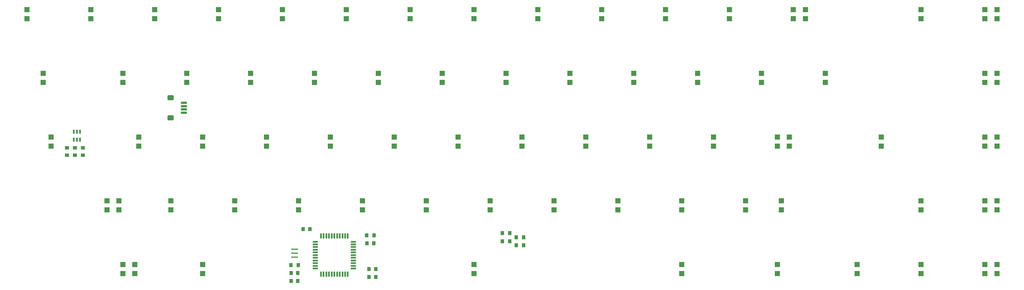
<source format=gbr>
%TF.GenerationSoftware,KiCad,Pcbnew,(5.99.0-9376-g8dcf5404fc)*%
%TF.CreationDate,2021-02-24T21:32:48+01:00*%
%TF.ProjectId,gud70,67756437-302e-46b6-9963-61645f706362,rev?*%
%TF.SameCoordinates,Original*%
%TF.FileFunction,Paste,Bot*%
%TF.FilePolarity,Positive*%
%FSLAX46Y46*%
G04 Gerber Fmt 4.6, Leading zero omitted, Abs format (unit mm)*
G04 Created by KiCad (PCBNEW (5.99.0-9376-g8dcf5404fc)) date 2021-02-24 21:32:48*
%MOMM*%
%LPD*%
G01*
G04 APERTURE LIST*
G04 Aperture macros list*
%AMRoundRect*
0 Rectangle with rounded corners*
0 $1 Rounding radius*
0 $2 $3 $4 $5 $6 $7 $8 $9 X,Y pos of 4 corners*
0 Add a 4 corners polygon primitive as box body*
4,1,4,$2,$3,$4,$5,$6,$7,$8,$9,$2,$3,0*
0 Add four circle primitives for the rounded corners*
1,1,$1+$1,$2,$3*
1,1,$1+$1,$4,$5*
1,1,$1+$1,$6,$7*
1,1,$1+$1,$8,$9*
0 Add four rect primitives between the rounded corners*
20,1,$1+$1,$2,$3,$4,$5,0*
20,1,$1+$1,$4,$5,$6,$7,0*
20,1,$1+$1,$6,$7,$8,$9,0*
20,1,$1+$1,$8,$9,$2,$3,0*%
G04 Aperture macros list end*
%ADD10R,1.000000X1.300000*%
%ADD11R,1.600000X1.600000*%
%ADD12RoundRect,0.150000X0.775000X-0.150000X0.775000X0.150000X-0.775000X0.150000X-0.775000X-0.150000X0*%
%ADD13RoundRect,0.332800X0.567200X-0.467200X0.567200X0.467200X-0.567200X0.467200X-0.567200X-0.467200X0*%
%ADD14R,0.550000X1.500000*%
%ADD15R,1.500000X0.550000*%
%ADD16R,1.300000X1.000000*%
%ADD17R,2.000000X0.400000*%
%ADD18R,1.000000X1.250000*%
%ADD19R,0.600000X1.200000*%
G04 APERTURE END LIST*
D10*
X159039189Y-77390682D03*
X161239189Y-77390682D03*
D11*
X44648467Y-68050048D03*
X44648467Y-65300048D03*
X179189205Y-29950016D03*
X179189205Y-27200016D03*
X207764229Y-10900000D03*
X207764229Y-8150000D03*
X49410971Y-87100064D03*
X49410971Y-84350064D03*
D12*
X64062552Y-39004719D03*
X64062552Y-38004719D03*
X64062552Y-37004719D03*
X64062552Y-36004719D03*
D13*
X60037552Y-34504719D03*
X60037552Y-40504719D03*
D11*
X102989141Y-29950016D03*
X102989141Y-27200016D03*
X264914285Y-87100072D03*
X264914285Y-84350072D03*
X306586187Y-87100064D03*
X306586187Y-84350064D03*
X79176621Y-68050048D03*
X79176621Y-65300048D03*
D14*
X112942271Y-87257873D03*
X112142271Y-87257873D03*
X111342271Y-87257873D03*
X110542271Y-87257873D03*
X109742271Y-87257873D03*
X108942271Y-87257873D03*
X108142271Y-87257873D03*
X107342271Y-87257873D03*
X106542271Y-87257873D03*
X105742271Y-87257873D03*
X104942271Y-87257873D03*
D15*
X103242271Y-85557873D03*
X103242271Y-84757873D03*
X103242271Y-83957873D03*
X103242271Y-83157873D03*
X103242271Y-82357873D03*
X103242271Y-81557873D03*
X103242271Y-80757873D03*
X103242271Y-79957873D03*
X103242271Y-79157873D03*
X103242271Y-78357873D03*
X103242271Y-77557873D03*
D14*
X104942271Y-75857873D03*
X105742271Y-75857873D03*
X106542271Y-75857873D03*
X107342271Y-75857873D03*
X108142271Y-75857873D03*
X108942271Y-75857873D03*
X109742271Y-75857873D03*
X110542271Y-75857873D03*
X111342271Y-75857873D03*
X112142271Y-75857873D03*
X112942271Y-75857873D03*
D15*
X114642271Y-77557873D03*
X114642271Y-78357873D03*
X114642271Y-79157873D03*
X114642271Y-79957873D03*
X114642271Y-80757873D03*
X114642271Y-81557873D03*
X114642271Y-82357873D03*
X114642271Y-83157873D03*
X114642271Y-83957873D03*
X114642271Y-84757873D03*
X114642271Y-85557873D03*
D11*
X283964293Y-68050048D03*
X283964293Y-65300048D03*
X136326669Y-68050048D03*
X136326669Y-65300048D03*
X88701629Y-49000032D03*
X88701629Y-46250032D03*
X160139189Y-29950016D03*
X160139189Y-27200016D03*
X212526733Y-68050048D03*
X212526733Y-65300048D03*
D16*
X33932833Y-51701597D03*
X33932833Y-49501597D03*
D11*
X188714213Y-10900000D03*
X188714213Y-8150000D03*
X74414117Y-10900000D03*
X74414117Y-8150000D03*
D10*
X159039189Y-75009430D03*
X161239189Y-75009430D03*
D11*
X303014309Y-49000032D03*
X303014309Y-46250032D03*
X244673635Y-48999968D03*
X244673635Y-46249968D03*
X242292391Y-68050056D03*
X242292391Y-65300056D03*
X272058033Y-49000032D03*
X272058033Y-46250032D03*
D16*
X29170329Y-51701597D03*
X29170329Y-49501597D03*
D11*
X283964293Y-87100064D03*
X283964293Y-84350064D03*
X198239221Y-29949952D03*
X198239221Y-27199952D03*
X24407825Y-48999968D03*
X24407825Y-46249968D03*
D17*
X97036011Y-79762560D03*
X97036011Y-82162560D03*
X97036011Y-80962560D03*
D11*
X255389269Y-29949952D03*
X255389269Y-27199952D03*
D18*
X121253218Y-85725064D03*
X119253218Y-85725064D03*
D11*
X241101765Y-87100064D03*
X241101765Y-84350064D03*
X22026573Y-29949952D03*
X22026573Y-27199952D03*
D10*
X120757905Y-75604743D03*
X118557905Y-75604743D03*
D11*
X203001725Y-49000032D03*
X203001725Y-46250032D03*
X117276653Y-68050048D03*
X117276653Y-65300048D03*
X212526733Y-87100064D03*
X212526733Y-84350064D03*
X303014309Y-87100064D03*
X303014309Y-84350064D03*
X131564165Y-10899936D03*
X131564165Y-8149936D03*
X217289237Y-29949952D03*
X217289237Y-27199952D03*
X69651613Y-48999968D03*
X69651613Y-46249968D03*
X245864261Y-10899936D03*
X245864261Y-8149936D03*
X183951709Y-48999968D03*
X183951709Y-46249968D03*
D18*
X120657905Y-77985995D03*
X118657905Y-77985995D03*
D11*
X41076589Y-68050048D03*
X41076589Y-65300048D03*
D10*
X163206380Y-76200056D03*
X165406380Y-76200056D03*
D18*
X119253218Y-88106316D03*
X121253218Y-88106316D03*
D11*
X249436147Y-10900008D03*
X249436147Y-8150008D03*
X83939125Y-29950016D03*
X83939125Y-27200016D03*
X169664197Y-10899936D03*
X169664197Y-8149936D03*
X236339253Y-29950016D03*
X236339253Y-27200016D03*
D18*
X99607889Y-73818804D03*
X101607889Y-73818804D03*
D11*
X60126605Y-68050048D03*
X60126605Y-65300048D03*
X303014309Y-10899936D03*
X303014309Y-8149936D03*
X303014309Y-68050048D03*
X303014309Y-65300048D03*
X141089173Y-29949952D03*
X141089173Y-27199952D03*
X155376685Y-68050048D03*
X155376685Y-65300048D03*
X164901693Y-48999968D03*
X164901693Y-46249968D03*
X126801661Y-48999968D03*
X126801661Y-46249968D03*
D19*
X31196894Y-44689093D03*
X32146894Y-44689093D03*
X33096894Y-44689093D03*
X33096894Y-46989093D03*
X32146894Y-46989093D03*
X31196894Y-46989093D03*
D10*
X98136011Y-84534438D03*
X95936011Y-84534438D03*
D11*
X122039157Y-29950016D03*
X122039157Y-27200016D03*
X150614181Y-10899936D03*
X150614181Y-8149936D03*
X306586187Y-29950016D03*
X306586187Y-27200016D03*
X222051741Y-48999968D03*
X222051741Y-46249968D03*
X93464133Y-10900000D03*
X93464133Y-8150000D03*
X50601597Y-49000032D03*
X50601597Y-46250032D03*
X150614181Y-87100064D03*
X150614181Y-84350064D03*
X303014309Y-29950016D03*
X303014309Y-27200016D03*
X36314085Y-10899936D03*
X36314085Y-8149936D03*
X231576749Y-68050048D03*
X231576749Y-65300048D03*
X112514149Y-10899936D03*
X112514149Y-8149936D03*
X306586187Y-10900000D03*
X306586187Y-8150000D03*
D18*
X98036011Y-86915690D03*
X96036011Y-86915690D03*
D11*
X145851677Y-49000032D03*
X145851677Y-46250032D03*
X55364101Y-10899936D03*
X55364101Y-8149936D03*
X226814245Y-10900000D03*
X226814245Y-8150000D03*
X64889109Y-29949952D03*
X64889109Y-27199952D03*
X45839093Y-29950016D03*
X45839093Y-27200016D03*
X98226637Y-68050048D03*
X98226637Y-65300048D03*
D16*
X31551581Y-51701597D03*
X31551581Y-49501597D03*
D11*
X306586187Y-49000032D03*
X306586187Y-46250032D03*
X45839093Y-87100064D03*
X45839093Y-84350064D03*
X306586187Y-68050048D03*
X306586187Y-65300048D03*
D18*
X98036011Y-89296942D03*
X96036011Y-89296942D03*
D11*
X193476717Y-68050048D03*
X193476717Y-65300048D03*
X17264069Y-10900000D03*
X17264069Y-8150000D03*
X241101757Y-48999968D03*
X241101757Y-46249968D03*
X174426701Y-68050048D03*
X174426701Y-65300048D03*
X283964301Y-10900000D03*
X283964301Y-8150000D03*
X69651613Y-87100064D03*
X69651613Y-84350064D03*
X107751645Y-48999968D03*
X107751645Y-46249968D03*
D10*
X163206380Y-78581308D03*
X165406380Y-78581308D03*
M02*

</source>
